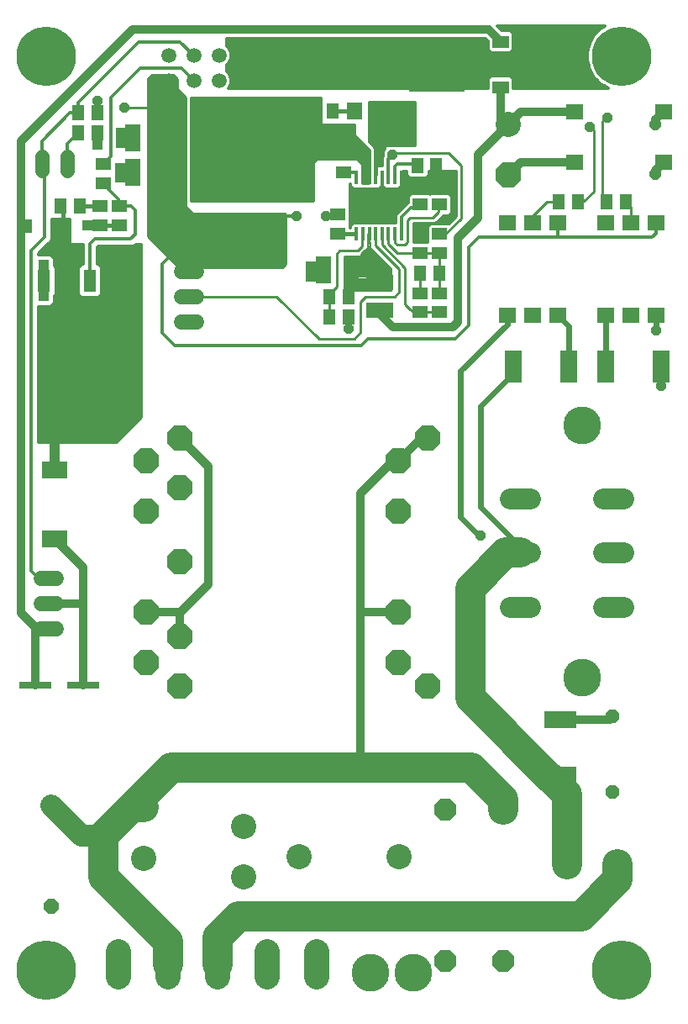
<source format=gtl>
G75*
G70*
%OFA0B0*%
%FSLAX24Y24*%
%IPPOS*%
%LPD*%
%AMOC8*
5,1,8,0,0,1.08239X$1,22.5*
%
%ADD10C,0.1000*%
%ADD11OC8,0.1000*%
%ADD12R,0.0669X0.0591*%
%ADD13R,0.0591X0.0512*%
%ADD14R,0.0512X0.0591*%
%ADD15R,0.0551X0.0551*%
%ADD16R,0.0140X0.0560*%
%ADD17R,0.0800X0.0800*%
%ADD18OC8,0.1181*%
%ADD19R,0.0630X0.1063*%
%ADD20R,0.2165X0.1969*%
%ADD21C,0.0594*%
%ADD22C,0.1000*%
%ADD23OC8,0.0885*%
%ADD24R,0.0630X0.0710*%
%ADD25R,0.1063X0.0630*%
%ADD26C,0.0825*%
%ADD27R,0.0709X0.1260*%
%ADD28R,0.1260X0.0709*%
%ADD29OC8,0.0560*%
%ADD30OC8,0.0760*%
%ADD31C,0.1502*%
%ADD32R,0.0701X0.0598*%
%ADD33R,0.0984X0.0709*%
%ADD34C,0.0594*%
%ADD35R,0.0480X0.0880*%
%ADD36R,0.1417X0.0866*%
%ADD37R,0.1280X0.0300*%
%ADD38OC8,0.0600*%
%ADD39C,0.0560*%
%ADD40R,0.2244X0.2165*%
%ADD41R,0.0669X0.0512*%
%ADD42C,0.1200*%
%ADD43C,0.0320*%
%ADD44C,0.0860*%
%ADD45C,0.0100*%
%ADD46C,0.0070*%
%ADD47C,0.0140*%
%ADD48C,0.0120*%
%ADD49R,0.0396X0.0396*%
%ADD50C,0.0160*%
%ADD51OC8,0.0396*%
%ADD52C,0.2362*%
%ADD53C,0.1500*%
%ADD54C,0.0240*%
%ADD55C,0.0200*%
%ADD56C,0.0400*%
%ADD57OC8,0.0436*%
D10*
X012044Y011426D03*
X012044Y013451D03*
X015981Y012703D03*
X015981Y010678D03*
X018212Y011487D03*
X022149Y011487D03*
X026497Y040528D03*
D11*
X026497Y038528D03*
X023309Y028098D03*
X022137Y027177D03*
X022137Y025177D03*
X022137Y021177D03*
X022137Y019177D03*
X023309Y018256D03*
X013466Y018256D03*
X012137Y019177D03*
X013466Y020224D03*
X012137Y021177D03*
X013466Y023177D03*
X012137Y025177D03*
X013466Y026130D03*
X012137Y027177D03*
X013466Y028098D03*
D12*
X029116Y039023D03*
X029116Y041031D03*
X032659Y041031D03*
X032659Y039023D03*
D13*
X023762Y038101D03*
X023762Y037353D03*
X022987Y037353D03*
X022987Y038101D03*
X022987Y036176D03*
X022987Y035428D03*
X023762Y035428D03*
X023762Y036176D03*
X023762Y033826D03*
X023762Y033078D03*
X022987Y033078D03*
X022987Y033826D03*
X019737Y036203D03*
X019737Y036951D03*
X019962Y038628D03*
X019962Y039376D03*
X011062Y037276D03*
X011062Y036528D03*
X010287Y036528D03*
X010287Y037276D03*
X010437Y038203D03*
X010437Y038951D03*
D14*
X010186Y040202D03*
X009438Y040202D03*
X009438Y040977D03*
X010186Y040977D03*
X009486Y037277D03*
X008738Y037277D03*
X018788Y041052D03*
X019536Y041052D03*
X022888Y038902D03*
X023636Y038902D03*
X023751Y034627D03*
X023003Y034627D03*
X020161Y033677D03*
X020161Y032902D03*
X019413Y032902D03*
X019413Y033677D03*
X028513Y037452D03*
X029261Y037452D03*
X030413Y037452D03*
X031161Y037452D03*
D15*
X021410Y040177D03*
X019914Y040177D03*
X008835Y036502D03*
X007339Y036502D03*
D16*
X020462Y036182D03*
X020722Y036182D03*
X020982Y036182D03*
X021232Y036182D03*
X021492Y036182D03*
X021742Y036182D03*
X022002Y036182D03*
X022262Y036182D03*
X022262Y038422D03*
X022002Y038422D03*
X021742Y038422D03*
X021492Y038422D03*
X021232Y038422D03*
X020982Y038422D03*
X020722Y038422D03*
X020462Y038422D03*
D17*
X021362Y037302D03*
D18*
X021362Y037302D03*
D19*
X020263Y034752D03*
X019161Y034752D03*
X012713Y038627D03*
X011611Y038627D03*
X011611Y040002D03*
X012713Y040002D03*
D20*
X016637Y039400D03*
X016637Y036054D03*
D21*
X014134Y034702D02*
X013540Y034702D01*
X013540Y033702D02*
X014134Y033702D01*
X014134Y032702D02*
X013540Y032702D01*
X008559Y022527D02*
X007965Y022527D01*
X007965Y021527D02*
X008559Y021527D01*
X008559Y020527D02*
X007965Y020527D01*
D22*
X011037Y007727D02*
X011037Y006727D01*
X013006Y006727D02*
X013006Y007727D01*
X014974Y007727D02*
X014974Y006727D01*
X016943Y006727D02*
X016943Y007727D01*
X018911Y007727D02*
X018911Y006727D01*
D23*
X023992Y007362D03*
X026298Y007362D03*
X026298Y013362D03*
X023992Y013362D03*
D24*
X021522Y041052D03*
X020402Y041052D03*
D25*
X021387Y034253D03*
X021387Y033151D03*
D26*
X026550Y025702D02*
X027375Y025702D01*
X027375Y023552D02*
X026550Y023552D01*
X026550Y021402D02*
X027375Y021402D01*
X030250Y021402D02*
X031075Y021402D01*
X031075Y023552D02*
X030250Y023552D01*
X030250Y025702D02*
X031075Y025702D01*
D27*
X030360Y030927D03*
X028890Y030927D03*
X026685Y030927D03*
X032565Y030927D03*
D28*
X028562Y016930D03*
X028562Y014725D03*
D29*
X030637Y014052D03*
X030637Y017052D03*
D30*
X030837Y011202D03*
X028837Y011202D03*
D31*
X029437Y018577D03*
X029437Y028577D03*
D32*
X030362Y032948D03*
X031362Y032948D03*
X032362Y032948D03*
X032362Y036606D03*
X031362Y036606D03*
X030362Y036606D03*
X028462Y036606D03*
X027462Y036606D03*
X026462Y036606D03*
X026462Y032948D03*
X027462Y032948D03*
X028462Y032948D03*
D33*
X008487Y026810D03*
X008487Y024094D03*
D34*
X013025Y042246D03*
X013025Y043246D03*
X014025Y043246D03*
X014025Y042246D03*
X015025Y042246D03*
X015025Y043246D03*
D35*
X009897Y034322D03*
X008987Y034322D03*
X008077Y034322D03*
D36*
X008987Y031882D03*
D37*
X009637Y018302D03*
X007737Y018302D03*
D38*
X008362Y013527D03*
X008362Y009527D03*
D39*
X007987Y038697D02*
X007987Y039257D01*
X008987Y039257D02*
X008987Y038697D01*
D40*
X023663Y042902D03*
D41*
X026199Y042003D03*
X026199Y043802D03*
D42*
X026412Y023552D02*
X026962Y023552D01*
X026412Y023552D02*
X024987Y022127D01*
X024987Y017777D01*
X028137Y014627D01*
X028159Y014630D02*
X028837Y013951D01*
X028837Y011202D01*
X030837Y010577D02*
X029387Y009127D01*
X015812Y009127D01*
X014974Y008289D01*
X014974Y007227D01*
X013006Y007227D02*
X013006Y008109D01*
X010437Y010677D01*
X010437Y012327D01*
X011561Y013451D01*
X013137Y015027D01*
X020612Y015027D01*
X025037Y015027D01*
X026298Y013767D01*
X026298Y013362D01*
X030837Y011202D02*
X030837Y010577D01*
X012044Y013451D02*
X011561Y013451D01*
D43*
X009637Y018302D02*
X009637Y021477D01*
X009587Y021527D01*
X008262Y021527D01*
X008262Y020527D02*
X007787Y020527D01*
X007737Y020577D01*
X007737Y018302D01*
X007737Y020577D02*
X007162Y021152D01*
X007162Y036502D01*
X007162Y039852D01*
X011587Y044277D01*
X025723Y044277D01*
X026199Y043802D01*
X026199Y042003D02*
X026199Y040826D01*
X026497Y040528D01*
X027000Y041031D01*
X029116Y041031D01*
X029116Y039023D02*
X026992Y039023D01*
X026497Y038528D01*
X025312Y039327D02*
X026512Y040527D01*
X025312Y039327D02*
X025312Y036827D01*
X024512Y036027D01*
X024512Y032702D01*
X024287Y032477D01*
X021937Y032477D01*
X021312Y033102D01*
X021387Y033202D01*
X021387Y033151D01*
X023059Y028098D02*
X022137Y027177D01*
X021922Y027177D01*
X020647Y025902D01*
X020647Y021102D01*
X020722Y021177D01*
X022137Y021177D01*
X020647Y021102D02*
X020647Y015061D01*
X020612Y015027D01*
X013466Y021156D02*
X014612Y022302D01*
X014612Y026952D01*
X013466Y028098D01*
X008487Y024102D02*
X009637Y022952D01*
X009637Y021477D01*
X008487Y024077D02*
X008487Y024102D01*
X012137Y021177D02*
X013441Y021177D01*
X013466Y021152D01*
X013466Y021156D01*
X013466Y021152D02*
X013466Y020224D01*
X023059Y028098D02*
X023309Y028098D01*
X028562Y016930D02*
X030515Y016930D01*
X030637Y017052D01*
X028562Y014725D02*
X028562Y014677D01*
X028159Y014630D01*
X028137Y014627D01*
X032337Y038552D02*
X032337Y038702D01*
X032659Y039023D01*
X032337Y040527D02*
X032337Y040710D01*
X032659Y041031D01*
X016637Y039400D02*
X016510Y039400D01*
D44*
X008362Y013527D02*
X009562Y012327D01*
X010437Y012327D01*
D45*
X010937Y027927D02*
X007832Y027927D01*
X007832Y033319D01*
X008347Y033319D01*
X008470Y033442D01*
X008470Y033738D01*
X008527Y033795D01*
X009447Y033795D01*
X009570Y033672D01*
X010224Y033672D01*
X010347Y033795D01*
X011937Y033795D01*
X011937Y033697D02*
X010249Y033697D01*
X010347Y033795D02*
X010347Y034849D01*
X010224Y034972D01*
X010157Y034972D01*
X010157Y035665D01*
X010199Y035707D01*
X011566Y035707D01*
X011665Y035748D01*
X011719Y035802D01*
X011937Y035802D01*
X011937Y028927D01*
X010937Y027927D01*
X010994Y027984D02*
X007832Y027984D01*
X007832Y028082D02*
X011092Y028082D01*
X011191Y028181D02*
X007832Y028181D01*
X007832Y028279D02*
X011289Y028279D01*
X011388Y028378D02*
X007832Y028378D01*
X007832Y028476D02*
X011486Y028476D01*
X011585Y028575D02*
X007832Y028575D01*
X007832Y028673D02*
X011683Y028673D01*
X011782Y028772D02*
X007832Y028772D01*
X007832Y028870D02*
X011880Y028870D01*
X011937Y028969D02*
X007832Y028969D01*
X007832Y029067D02*
X011937Y029067D01*
X011937Y029166D02*
X007832Y029166D01*
X007832Y029264D02*
X011937Y029264D01*
X011937Y029363D02*
X007832Y029363D01*
X007832Y029461D02*
X011937Y029461D01*
X011937Y029560D02*
X007832Y029560D01*
X007832Y029658D02*
X011937Y029658D01*
X011937Y029757D02*
X007832Y029757D01*
X007832Y029855D02*
X011937Y029855D01*
X011937Y029954D02*
X007832Y029954D01*
X007832Y030052D02*
X011937Y030052D01*
X011937Y030151D02*
X007832Y030151D01*
X007832Y030249D02*
X011937Y030249D01*
X011937Y030348D02*
X007832Y030348D01*
X007832Y030446D02*
X011937Y030446D01*
X011937Y030545D02*
X007832Y030545D01*
X007832Y030643D02*
X011937Y030643D01*
X011937Y030742D02*
X007832Y030742D01*
X007832Y030840D02*
X011937Y030840D01*
X011937Y030939D02*
X007832Y030939D01*
X007832Y031037D02*
X011937Y031037D01*
X011937Y031136D02*
X007832Y031136D01*
X007832Y031234D02*
X011937Y031234D01*
X011937Y031333D02*
X007832Y031333D01*
X007832Y031431D02*
X011937Y031431D01*
X011937Y031530D02*
X007832Y031530D01*
X007832Y031628D02*
X011937Y031628D01*
X011937Y031727D02*
X007832Y031727D01*
X007832Y031825D02*
X011937Y031825D01*
X011937Y031924D02*
X007832Y031924D01*
X007832Y032022D02*
X011937Y032022D01*
X011937Y032121D02*
X007832Y032121D01*
X007832Y032219D02*
X011937Y032219D01*
X011937Y032318D02*
X007832Y032318D01*
X007832Y032416D02*
X011937Y032416D01*
X011937Y032515D02*
X007832Y032515D01*
X007832Y032613D02*
X011937Y032613D01*
X011937Y032712D02*
X007832Y032712D01*
X007832Y032810D02*
X011937Y032810D01*
X011937Y032909D02*
X007832Y032909D01*
X007832Y033007D02*
X011937Y033007D01*
X011937Y033106D02*
X007832Y033106D01*
X007832Y033204D02*
X011937Y033204D01*
X011937Y033303D02*
X007832Y033303D01*
X008430Y033401D02*
X011937Y033401D01*
X011937Y033500D02*
X008470Y033500D01*
X008470Y033598D02*
X011937Y033598D01*
X011937Y033894D02*
X010347Y033894D01*
X010347Y033992D02*
X011937Y033992D01*
X011937Y034091D02*
X010347Y034091D01*
X010347Y034189D02*
X011937Y034189D01*
X011937Y034288D02*
X010347Y034288D01*
X010347Y034386D02*
X011937Y034386D01*
X011937Y034485D02*
X010347Y034485D01*
X010347Y034583D02*
X011937Y034583D01*
X011937Y034682D02*
X010347Y034682D01*
X010347Y034780D02*
X011937Y034780D01*
X011937Y034879D02*
X010318Y034879D01*
X010157Y034977D02*
X011937Y034977D01*
X011937Y035076D02*
X010157Y035076D01*
X010157Y035174D02*
X011937Y035174D01*
X011937Y035273D02*
X010157Y035273D01*
X010157Y035371D02*
X011937Y035371D01*
X011937Y035470D02*
X010157Y035470D01*
X010157Y035568D02*
X011937Y035568D01*
X011937Y035667D02*
X010159Y035667D01*
X009617Y035667D02*
X008084Y035667D01*
X008182Y035765D02*
X009617Y035765D01*
X009617Y035802D02*
X009617Y034972D01*
X009570Y034972D01*
X009447Y034849D01*
X009447Y033795D01*
X009447Y033894D02*
X008527Y033894D01*
X008527Y033992D02*
X009447Y033992D01*
X009447Y034091D02*
X008527Y034091D01*
X008527Y034189D02*
X009447Y034189D01*
X009447Y034288D02*
X008527Y034288D01*
X008527Y034386D02*
X009447Y034386D01*
X009447Y034485D02*
X008527Y034485D01*
X008527Y034583D02*
X009447Y034583D01*
X009447Y034682D02*
X008527Y034682D01*
X008527Y034780D02*
X009447Y034780D01*
X009477Y034879D02*
X008498Y034879D01*
X008470Y034906D02*
X008470Y035237D01*
X008347Y035360D01*
X007832Y035360D01*
X007832Y035415D01*
X008240Y035823D01*
X008316Y035899D01*
X008357Y035998D01*
X008357Y036802D01*
X009112Y036802D01*
X009112Y035802D01*
X009617Y035802D01*
X009617Y035568D02*
X007985Y035568D01*
X007887Y035470D02*
X009617Y035470D01*
X009617Y035371D02*
X007832Y035371D01*
X008281Y035864D02*
X009112Y035864D01*
X009112Y035962D02*
X008342Y035962D01*
X008357Y036061D02*
X009112Y036061D01*
X009112Y036159D02*
X008357Y036159D01*
X008357Y036258D02*
X009112Y036258D01*
X009112Y036356D02*
X008357Y036356D01*
X008357Y036455D02*
X009112Y036455D01*
X009112Y036553D02*
X008357Y036553D01*
X008357Y036652D02*
X009112Y036652D01*
X009112Y036750D02*
X008357Y036750D01*
X008435Y035273D02*
X009617Y035273D01*
X009617Y035174D02*
X008470Y035174D01*
X008470Y035076D02*
X009617Y035076D01*
X009617Y034977D02*
X008470Y034977D01*
X008470Y034906D02*
X008527Y034849D01*
X008527Y033795D01*
X008470Y033697D02*
X009546Y033697D01*
X011682Y035765D02*
X011937Y035765D01*
X012229Y036061D02*
X017662Y036061D01*
X017662Y036159D02*
X012212Y036159D01*
X012212Y036077D02*
X012212Y042352D01*
X012362Y042502D01*
X013187Y042502D01*
X013362Y042327D01*
X013362Y041927D01*
X013687Y041602D01*
X013687Y037252D01*
X013962Y036977D01*
X017512Y036977D01*
X017662Y036827D01*
X017662Y034977D01*
X017537Y034852D01*
X013437Y034852D01*
X012212Y036077D01*
X012327Y035962D02*
X017662Y035962D01*
X017662Y035864D02*
X012426Y035864D01*
X012524Y035765D02*
X017662Y035765D01*
X017662Y035667D02*
X012623Y035667D01*
X012721Y035568D02*
X017662Y035568D01*
X017662Y035470D02*
X012820Y035470D01*
X012918Y035371D02*
X017662Y035371D01*
X017662Y035273D02*
X013017Y035273D01*
X013115Y035174D02*
X017662Y035174D01*
X017662Y035076D02*
X013214Y035076D01*
X013312Y034977D02*
X017662Y034977D01*
X017564Y034879D02*
X013411Y034879D01*
X013837Y033702D02*
X017312Y033702D01*
X018987Y032027D01*
X020387Y032027D01*
X020637Y032277D01*
X020637Y033502D01*
X020837Y033702D01*
X021987Y033702D01*
X022162Y033877D01*
X022162Y034777D01*
X021232Y035707D01*
X021232Y036182D01*
X021237Y036182D01*
X021492Y036182D02*
X021492Y035747D01*
X022412Y034827D01*
X022412Y033402D01*
X022611Y033203D01*
X022612Y033202D02*
X022736Y033078D01*
X022987Y033078D01*
X023762Y033078D01*
X023762Y033826D02*
X023762Y034651D01*
X023751Y034627D01*
X023762Y034703D01*
X023762Y035428D01*
X022987Y035428D01*
X022111Y035428D01*
X021742Y035797D01*
X021742Y036182D01*
X022002Y036182D02*
X022002Y035837D01*
X022087Y035752D01*
X022412Y035752D01*
X022512Y035852D01*
X022512Y036727D01*
X022612Y036827D01*
X023512Y036827D01*
X023737Y037052D01*
X023762Y037353D01*
X023930Y036927D02*
X024128Y036927D01*
X024228Y037027D01*
X024228Y037679D01*
X024128Y037779D01*
X023397Y037779D01*
X023375Y037757D01*
X023353Y037779D01*
X022622Y037779D01*
X022522Y037679D01*
X022522Y037437D01*
X022407Y037322D01*
X022032Y036947D01*
X020212Y036947D01*
X020212Y036849D02*
X022032Y036849D01*
X022032Y036947D02*
X022032Y036632D01*
X020322Y036632D01*
X020222Y036533D01*
X020222Y036427D01*
X020212Y036427D01*
X020212Y038177D01*
X020222Y038177D01*
X020222Y038072D01*
X020322Y037972D01*
X021373Y037972D01*
X021472Y038072D01*
X021472Y038177D01*
X021502Y038177D01*
X021502Y038072D01*
X021602Y037972D01*
X022143Y037972D01*
X022242Y038072D01*
X022242Y038177D01*
X022312Y038177D01*
X022312Y038677D01*
X022462Y038677D01*
X022462Y038536D01*
X022562Y038437D01*
X023215Y038437D01*
X023314Y038536D01*
X023314Y038677D01*
X024417Y038677D01*
X024417Y036893D01*
X024126Y036602D01*
X023397Y036602D01*
X023297Y036503D01*
X023297Y035854D01*
X022732Y035854D01*
X022732Y036607D01*
X023603Y036607D01*
X023886Y036890D01*
X023930Y036927D01*
X023845Y036849D02*
X024373Y036849D01*
X024417Y036947D02*
X024148Y036947D01*
X024228Y037046D02*
X024417Y037046D01*
X024417Y037144D02*
X024228Y037144D01*
X024228Y037243D02*
X024417Y037243D01*
X024417Y037341D02*
X024228Y037341D01*
X024228Y037440D02*
X024417Y037440D01*
X024417Y037538D02*
X024228Y037538D01*
X024228Y037637D02*
X024417Y037637D01*
X024417Y037735D02*
X024172Y037735D01*
X024417Y037834D02*
X020212Y037834D01*
X020212Y037932D02*
X024417Y037932D01*
X024417Y038031D02*
X022201Y038031D01*
X022242Y038129D02*
X024417Y038129D01*
X024417Y038228D02*
X022312Y038228D01*
X022312Y038326D02*
X024417Y038326D01*
X024417Y038425D02*
X022312Y038425D01*
X022312Y038523D02*
X022476Y038523D01*
X022462Y038622D02*
X022312Y038622D01*
X021912Y039302D02*
X022012Y039402D01*
X024137Y039402D01*
X024637Y038902D01*
X024637Y036802D01*
X024012Y036177D01*
X023812Y036177D01*
X023787Y036152D01*
X023297Y036159D02*
X022732Y036159D01*
X022732Y036061D02*
X023297Y036061D01*
X023297Y035962D02*
X022732Y035962D01*
X022732Y035864D02*
X023297Y035864D01*
X023297Y036258D02*
X022732Y036258D01*
X022732Y036356D02*
X023297Y036356D01*
X023297Y036455D02*
X022732Y036455D01*
X022732Y036553D02*
X023348Y036553D01*
X023648Y036652D02*
X024176Y036652D01*
X024274Y036750D02*
X023746Y036750D01*
X022522Y037440D02*
X020212Y037440D01*
X020212Y037538D02*
X022522Y037538D01*
X022522Y037637D02*
X020212Y037637D01*
X020212Y037735D02*
X022578Y037735D01*
X022426Y037341D02*
X020212Y037341D01*
X020212Y037243D02*
X022328Y037243D01*
X022229Y037144D02*
X020212Y037144D01*
X020212Y037046D02*
X022131Y037046D01*
X022032Y036750D02*
X020212Y036750D01*
X020212Y036652D02*
X022032Y036652D01*
X021543Y038031D02*
X021431Y038031D01*
X021472Y038129D02*
X021502Y038129D01*
X021252Y038527D02*
X021222Y038527D01*
X021222Y038773D01*
X021212Y038783D01*
X021212Y039602D01*
X020962Y039852D01*
X020962Y041427D01*
X022812Y041427D01*
X022812Y039702D01*
X021612Y039702D01*
X021612Y039548D01*
X021544Y039480D01*
X021544Y039298D01*
X021539Y039293D01*
X021502Y039205D01*
X021502Y038902D01*
X021312Y038902D01*
X021262Y038852D01*
X021262Y038783D01*
X021252Y038773D01*
X021252Y038527D01*
X021252Y038622D02*
X021222Y038622D01*
X021222Y038720D02*
X021252Y038720D01*
X021262Y038819D02*
X021212Y038819D01*
X021212Y038917D02*
X021502Y038917D01*
X021502Y039016D02*
X021212Y039016D01*
X021212Y039114D02*
X021502Y039114D01*
X021506Y039213D02*
X021212Y039213D01*
X021212Y039311D02*
X021544Y039311D01*
X021544Y039410D02*
X021212Y039410D01*
X021212Y039508D02*
X021573Y039508D01*
X021612Y039607D02*
X021208Y039607D01*
X021109Y039705D02*
X022812Y039705D01*
X022812Y039804D02*
X021011Y039804D01*
X020962Y039902D02*
X022812Y039902D01*
X022812Y040001D02*
X020962Y040001D01*
X020962Y040099D02*
X022812Y040099D01*
X022812Y040198D02*
X020962Y040198D01*
X020962Y040296D02*
X022812Y040296D01*
X022812Y040395D02*
X020962Y040395D01*
X020962Y040493D02*
X022812Y040493D01*
X022812Y040592D02*
X020962Y040592D01*
X020962Y040690D02*
X022812Y040690D01*
X022812Y040789D02*
X020962Y040789D01*
X020962Y040887D02*
X022812Y040887D01*
X022812Y040986D02*
X020962Y040986D01*
X020962Y041084D02*
X022812Y041084D01*
X022812Y041183D02*
X020962Y041183D01*
X020962Y041281D02*
X022812Y041281D01*
X022812Y041380D02*
X020962Y041380D01*
X020387Y040527D02*
X020387Y040102D01*
X020987Y039502D01*
X020987Y038977D01*
X020962Y038952D01*
X020962Y038202D01*
X020712Y038202D01*
X020712Y038952D01*
X020512Y039152D01*
X018887Y039152D01*
X018762Y039027D01*
X018762Y037477D01*
X013912Y037477D01*
X013912Y041602D01*
X019062Y041602D01*
X019062Y040527D01*
X020387Y040527D01*
X020387Y040493D02*
X013912Y040493D01*
X013912Y040395D02*
X020387Y040395D01*
X020387Y040296D02*
X013912Y040296D01*
X013912Y040198D02*
X020387Y040198D01*
X020390Y040099D02*
X013912Y040099D01*
X013912Y040001D02*
X020489Y040001D01*
X020587Y039902D02*
X013912Y039902D01*
X013912Y039804D02*
X020686Y039804D01*
X020784Y039705D02*
X013912Y039705D01*
X013912Y039607D02*
X020883Y039607D01*
X020981Y039508D02*
X013912Y039508D01*
X013912Y039410D02*
X020987Y039410D01*
X020987Y039311D02*
X013912Y039311D01*
X013912Y039213D02*
X020987Y039213D01*
X020987Y039114D02*
X020550Y039114D01*
X020649Y039016D02*
X020987Y039016D01*
X020962Y038917D02*
X020712Y038917D01*
X020712Y038819D02*
X020962Y038819D01*
X020962Y038720D02*
X020712Y038720D01*
X020712Y038622D02*
X020962Y038622D01*
X020962Y038523D02*
X020712Y038523D01*
X020712Y038425D02*
X020962Y038425D01*
X020962Y038326D02*
X020712Y038326D01*
X020712Y038228D02*
X020962Y038228D01*
X020263Y038031D02*
X020212Y038031D01*
X020212Y038129D02*
X020222Y038129D01*
X020212Y036553D02*
X020243Y036553D01*
X020222Y036455D02*
X020212Y036455D01*
X020712Y036202D02*
X020712Y036182D01*
X020712Y035702D01*
X020537Y035527D01*
X019812Y035527D01*
X019687Y035402D01*
X019687Y034077D01*
X019413Y033803D01*
X019413Y033677D01*
X019413Y032902D01*
X020161Y032902D02*
X020162Y032901D01*
X020162Y032427D01*
X019161Y034752D02*
X019036Y034877D01*
X018662Y034877D01*
X017662Y036258D02*
X012212Y036258D01*
X012212Y036356D02*
X017662Y036356D01*
X017662Y036455D02*
X012212Y036455D01*
X012212Y036553D02*
X017662Y036553D01*
X017662Y036652D02*
X012212Y036652D01*
X012212Y036750D02*
X017662Y036750D01*
X017641Y036849D02*
X012212Y036849D01*
X012212Y036947D02*
X017542Y036947D01*
X018762Y037538D02*
X013912Y037538D01*
X013912Y037637D02*
X018762Y037637D01*
X018762Y037735D02*
X013912Y037735D01*
X013912Y037834D02*
X018762Y037834D01*
X018762Y037932D02*
X013912Y037932D01*
X013912Y038031D02*
X018762Y038031D01*
X018762Y038129D02*
X013912Y038129D01*
X013912Y038228D02*
X018762Y038228D01*
X018762Y038326D02*
X013912Y038326D01*
X013912Y038425D02*
X018762Y038425D01*
X018762Y038523D02*
X013912Y038523D01*
X013912Y038622D02*
X018762Y038622D01*
X018762Y038720D02*
X013912Y038720D01*
X013912Y038819D02*
X018762Y038819D01*
X018762Y038917D02*
X013912Y038917D01*
X013912Y039016D02*
X018762Y039016D01*
X018849Y039114D02*
X013912Y039114D01*
X013687Y039114D02*
X012212Y039114D01*
X012212Y039016D02*
X013687Y039016D01*
X013687Y038917D02*
X012212Y038917D01*
X012212Y038819D02*
X013687Y038819D01*
X013687Y038720D02*
X012212Y038720D01*
X012212Y038622D02*
X013687Y038622D01*
X013687Y038523D02*
X012212Y038523D01*
X012212Y038425D02*
X013687Y038425D01*
X013687Y038326D02*
X012212Y038326D01*
X012212Y038228D02*
X013687Y038228D01*
X013687Y038129D02*
X012212Y038129D01*
X012212Y038031D02*
X013687Y038031D01*
X013687Y037932D02*
X012212Y037932D01*
X012212Y037834D02*
X013687Y037834D01*
X013687Y037735D02*
X012212Y037735D01*
X012212Y037637D02*
X013687Y037637D01*
X013687Y037538D02*
X012212Y037538D01*
X012212Y037440D02*
X013687Y037440D01*
X013687Y037341D02*
X012212Y037341D01*
X012212Y037243D02*
X013697Y037243D01*
X013795Y037144D02*
X012212Y037144D01*
X012212Y037046D02*
X013894Y037046D01*
X013687Y039213D02*
X012212Y039213D01*
X012212Y039311D02*
X013687Y039311D01*
X013687Y039410D02*
X012212Y039410D01*
X012212Y039508D02*
X013687Y039508D01*
X013687Y039607D02*
X012212Y039607D01*
X012212Y039705D02*
X013687Y039705D01*
X013687Y039804D02*
X012212Y039804D01*
X012212Y039902D02*
X013687Y039902D01*
X013687Y040001D02*
X012212Y040001D01*
X012212Y040099D02*
X013687Y040099D01*
X013687Y040198D02*
X012212Y040198D01*
X012212Y040296D02*
X013687Y040296D01*
X013687Y040395D02*
X012212Y040395D01*
X012212Y040493D02*
X013687Y040493D01*
X013687Y040592D02*
X012212Y040592D01*
X012212Y040690D02*
X013687Y040690D01*
X013687Y040789D02*
X012212Y040789D01*
X012212Y040887D02*
X013687Y040887D01*
X013687Y040986D02*
X012212Y040986D01*
X012212Y041084D02*
X013687Y041084D01*
X013687Y041183D02*
X012212Y041183D01*
X012212Y041281D02*
X013687Y041281D01*
X013687Y041380D02*
X012212Y041380D01*
X012212Y041478D02*
X013687Y041478D01*
X013687Y041577D02*
X012212Y041577D01*
X012212Y041675D02*
X013614Y041675D01*
X013516Y041774D02*
X012212Y041774D01*
X012212Y041872D02*
X013417Y041872D01*
X013362Y041971D02*
X012212Y041971D01*
X012212Y042069D02*
X013362Y042069D01*
X013362Y042168D02*
X012212Y042168D01*
X012212Y042266D02*
X013362Y042266D01*
X013325Y042365D02*
X012225Y042365D01*
X012323Y042463D02*
X013226Y042463D01*
X013912Y041577D02*
X019062Y041577D01*
X019062Y041478D02*
X013912Y041478D01*
X013912Y041380D02*
X019062Y041380D01*
X019062Y041281D02*
X013912Y041281D01*
X013912Y041183D02*
X019062Y041183D01*
X019062Y041084D02*
X013912Y041084D01*
X013912Y040986D02*
X019062Y040986D01*
X019062Y040887D02*
X013912Y040887D01*
X013912Y040789D02*
X019062Y040789D01*
X019062Y040690D02*
X013912Y040690D01*
X013912Y040592D02*
X019062Y040592D01*
X020712Y036182D02*
X020722Y036182D01*
X023003Y034627D02*
X023013Y033902D01*
X022987Y033826D01*
X023301Y038523D02*
X024417Y038523D01*
X024417Y038622D02*
X023314Y038622D01*
X027462Y036877D02*
X027462Y036606D01*
X027462Y036877D02*
X028038Y037453D01*
X028513Y037452D01*
X029261Y037452D02*
X029287Y037478D01*
X029513Y037478D01*
X029887Y037852D01*
X029887Y040277D01*
X029737Y040427D01*
X030237Y040652D02*
X030437Y040802D01*
X030237Y040652D02*
X030237Y037627D01*
X030412Y037452D01*
X030413Y037452D01*
X031161Y037452D02*
X031362Y037251D01*
X031362Y036606D01*
X012637Y041152D02*
X012587Y041202D01*
X011262Y041202D01*
X010187Y040978D02*
X010186Y040977D01*
X010187Y040978D02*
X010187Y041452D01*
D46*
X019987Y035277D02*
X019987Y033927D01*
X021862Y033927D01*
X021862Y034787D01*
X021027Y035622D01*
X021027Y035818D01*
X021007Y035838D01*
X021007Y036177D01*
X020947Y036177D01*
X020947Y035838D01*
X020917Y035808D01*
X020917Y035617D01*
X020742Y035442D01*
X020662Y035362D01*
X021288Y035362D01*
X021356Y035293D02*
X020662Y035293D01*
X020662Y035277D02*
X020662Y035362D01*
X020662Y035277D02*
X019987Y035277D01*
X019987Y035225D02*
X021425Y035225D01*
X021493Y035156D02*
X019987Y035156D01*
X019987Y035088D02*
X021562Y035088D01*
X021630Y035019D02*
X019987Y035019D01*
X019987Y034951D02*
X021699Y034951D01*
X021767Y034882D02*
X019987Y034882D01*
X019987Y034814D02*
X021836Y034814D01*
X021862Y034745D02*
X019987Y034745D01*
X019987Y034677D02*
X021862Y034677D01*
X021862Y034608D02*
X019987Y034608D01*
X019987Y034540D02*
X021862Y034540D01*
X021862Y034471D02*
X019987Y034471D01*
X019987Y034403D02*
X021862Y034403D01*
X021862Y034334D02*
X019987Y034334D01*
X019987Y034266D02*
X021862Y034266D01*
X021862Y034197D02*
X019987Y034197D01*
X019987Y034129D02*
X021862Y034129D01*
X021862Y034060D02*
X019987Y034060D01*
X019987Y033992D02*
X021862Y033992D01*
X021219Y035430D02*
X020730Y035430D01*
X020799Y035499D02*
X021151Y035499D01*
X021082Y035567D02*
X020867Y035567D01*
X020917Y035636D02*
X021027Y035636D01*
X021027Y035704D02*
X020917Y035704D01*
X020917Y035773D02*
X021027Y035773D01*
X021007Y035841D02*
X020947Y035841D01*
X020947Y035910D02*
X021007Y035910D01*
X021007Y035978D02*
X020947Y035978D01*
X020947Y036047D02*
X021007Y036047D01*
X021007Y036115D02*
X020947Y036115D01*
D47*
X020462Y036182D02*
X020392Y036182D01*
X020387Y036177D01*
X020462Y038422D02*
X020462Y038602D01*
X020436Y038628D01*
X019962Y038628D01*
X020722Y038422D02*
X020722Y039137D01*
X020737Y039152D01*
X021232Y038847D02*
X021312Y038927D01*
X021232Y038847D02*
X021232Y038422D01*
X021742Y038422D02*
X021742Y039157D01*
X021912Y039327D01*
D48*
X022112Y038952D02*
X022838Y038952D01*
X022888Y038902D01*
X022112Y038952D02*
X022002Y038842D01*
X022002Y038422D01*
X020982Y038422D02*
X020982Y038982D01*
X019737Y036951D02*
X019262Y036902D01*
X018087Y036902D02*
X017312Y036902D01*
X016462Y036052D01*
X016437Y036052D02*
X016412Y036027D01*
X016387Y036052D01*
X016637Y036054D01*
X016412Y036027D02*
X015862Y035477D01*
X015662Y035477D01*
X015687Y035452D01*
X013187Y035427D02*
X012762Y035002D01*
X012762Y032252D01*
X013262Y031752D01*
X020662Y031752D01*
X020937Y032027D01*
X024412Y032027D01*
X024937Y032552D01*
X024937Y035652D01*
X025337Y036052D01*
X028462Y036052D01*
X028462Y036606D01*
X028462Y036052D02*
X032212Y036052D01*
X032362Y036202D01*
X032362Y036602D01*
X030479Y041952D02*
X026713Y041952D01*
X026713Y042333D01*
X026608Y042438D01*
X025789Y042438D01*
X025684Y042333D01*
X025684Y041952D01*
X015405Y041952D01*
X015429Y041976D01*
X015502Y042152D01*
X015502Y042341D01*
X015429Y042517D01*
X015337Y042608D01*
X015337Y042885D01*
X015429Y042976D01*
X015502Y043152D01*
X015502Y043341D01*
X015429Y043517D01*
X015337Y043608D01*
X015337Y043937D01*
X025582Y043937D01*
X025684Y043836D01*
X025684Y043471D01*
X025789Y043366D01*
X026608Y043366D01*
X026713Y043471D01*
X026713Y044132D01*
X026608Y044238D01*
X026244Y044238D01*
X026064Y044418D01*
X030345Y044418D01*
X030161Y044312D01*
X029908Y044058D01*
X029729Y043748D01*
X029636Y043402D01*
X029636Y043043D01*
X029729Y042697D01*
X029908Y042387D01*
X030161Y042133D01*
X030472Y041954D01*
X030479Y041952D01*
X030316Y042044D02*
X026713Y042044D01*
X026713Y042162D02*
X030132Y042162D01*
X030014Y042281D02*
X026713Y042281D01*
X026647Y042399D02*
X029901Y042399D01*
X029832Y042518D02*
X015428Y042518D01*
X015478Y042399D02*
X025750Y042399D01*
X025684Y042281D02*
X015502Y042281D01*
X015502Y042162D02*
X025684Y042162D01*
X025684Y042044D02*
X015457Y042044D01*
X015337Y042636D02*
X029764Y042636D01*
X029713Y042755D02*
X015337Y042755D01*
X015337Y042873D02*
X029682Y042873D01*
X029650Y042992D02*
X015435Y042992D01*
X015484Y043110D02*
X029636Y043110D01*
X029636Y043229D02*
X015502Y043229D01*
X015499Y043347D02*
X029636Y043347D01*
X029653Y043466D02*
X026708Y043466D01*
X026713Y043584D02*
X029685Y043584D01*
X029717Y043703D02*
X026713Y043703D01*
X026713Y043821D02*
X029771Y043821D01*
X029840Y043940D02*
X026713Y043940D01*
X026713Y044058D02*
X029908Y044058D01*
X030027Y044177D02*
X026669Y044177D01*
X026186Y044295D02*
X030145Y044295D01*
X030338Y044414D02*
X026068Y044414D01*
X025684Y043821D02*
X015337Y043821D01*
X015337Y043703D02*
X025684Y043703D01*
X025684Y043584D02*
X015361Y043584D01*
X015450Y043466D02*
X025690Y043466D01*
X022987Y037252D02*
X022962Y037227D01*
X022637Y037227D01*
X022262Y036852D01*
X022262Y036182D01*
X014025Y042246D02*
X013519Y042752D01*
X011912Y042752D01*
X010737Y041577D01*
X010737Y039251D01*
X010437Y038951D01*
X010187Y039727D02*
X010187Y040201D01*
X010186Y040202D01*
X009438Y040202D02*
X008987Y039751D01*
X008987Y038977D01*
X008087Y038877D02*
X007987Y038977D01*
X007987Y039852D01*
X009113Y040978D01*
X009437Y040978D01*
X009438Y040977D01*
X009437Y040978D02*
X009437Y041402D01*
X011837Y043802D01*
X013469Y043802D01*
X014025Y043246D01*
X011611Y040002D02*
X011411Y039802D01*
X011137Y039802D01*
X011611Y038627D02*
X011436Y038427D01*
X011112Y038427D01*
X010437Y038203D02*
X010437Y038152D01*
X011037Y037552D01*
X011037Y037301D01*
X011062Y037276D01*
X011538Y037276D01*
X011687Y037127D01*
X011687Y036152D01*
X011512Y035977D01*
X010087Y035977D01*
X009887Y035777D01*
X009887Y034332D01*
X009897Y034322D01*
X009897Y034487D01*
X008087Y036052D02*
X008087Y038877D01*
X007339Y036502D02*
X007162Y036502D01*
X008087Y036052D02*
X007562Y035527D01*
X007562Y022827D01*
X007862Y022527D01*
X008262Y022527D01*
X010437Y038203D02*
X010412Y038253D01*
D49*
X011112Y038427D03*
X011112Y038802D03*
X011137Y039802D03*
X011137Y040177D03*
X010187Y039727D03*
X009812Y036527D03*
X008062Y034952D03*
X008062Y033727D03*
X008387Y032602D03*
X008787Y032602D03*
X009187Y032602D03*
X009587Y032602D03*
X009587Y031302D03*
X009187Y031302D03*
X008787Y031302D03*
X008387Y031302D03*
X014587Y040827D03*
X015187Y040827D03*
X015787Y040827D03*
X016387Y040827D03*
X016987Y040827D03*
X017587Y040827D03*
X018187Y040827D03*
X020587Y037697D03*
X020587Y037302D03*
X020587Y036907D03*
X022137Y037377D03*
X022137Y037747D03*
X022662Y042102D03*
X022662Y042502D03*
X022662Y042902D03*
X022662Y043302D03*
X024662Y043302D03*
X024662Y042902D03*
X024662Y042502D03*
X024662Y042102D03*
X018662Y034877D03*
X018662Y034502D03*
D50*
X019762Y036177D02*
X019737Y036202D01*
X019762Y036177D02*
X020387Y036177D01*
X020402Y041052D02*
X019536Y041052D01*
X015662Y035477D02*
X015487Y035302D01*
X011062Y036528D02*
X010287Y036528D01*
X010286Y036527D01*
X009812Y036527D01*
X009486Y037277D02*
X010286Y037277D01*
X010287Y037276D01*
X008835Y037180D02*
X008835Y036502D01*
X008835Y037180D02*
X008738Y037277D01*
X008077Y034322D02*
X008062Y034322D01*
X008062Y033727D01*
D51*
X010187Y041452D03*
X011262Y041202D03*
X018087Y036902D03*
X019262Y036902D03*
X021912Y039327D03*
X020162Y032427D03*
X025387Y024227D03*
X032362Y032352D03*
X032562Y030152D03*
X029737Y040427D03*
X030437Y040802D03*
D52*
X008162Y007002D03*
X030997Y007002D03*
X030997Y043222D03*
X008162Y043222D03*
D53*
X021037Y006877D03*
X022737Y006877D03*
D54*
X026962Y023552D02*
X026962Y023777D01*
X025387Y025352D01*
X025387Y029352D01*
X026662Y030627D01*
X026662Y030877D01*
X026712Y030927D01*
X026462Y032602D02*
X024612Y030752D01*
X024612Y024952D01*
X025337Y024227D01*
X025387Y024227D01*
X028890Y030927D02*
X028890Y032521D01*
X028462Y032948D01*
X030337Y032877D02*
X030360Y032855D01*
X030360Y030927D01*
X032362Y032352D02*
X032362Y032948D01*
X032565Y030927D02*
X032565Y030155D01*
X032562Y030152D01*
X026462Y032602D02*
X026462Y032948D01*
D55*
X030335Y032871D02*
X030362Y032948D01*
D56*
X009012Y031902D02*
X008487Y031377D01*
X008487Y026810D01*
D57*
X032337Y038552D03*
X032337Y040527D03*
M02*

</source>
